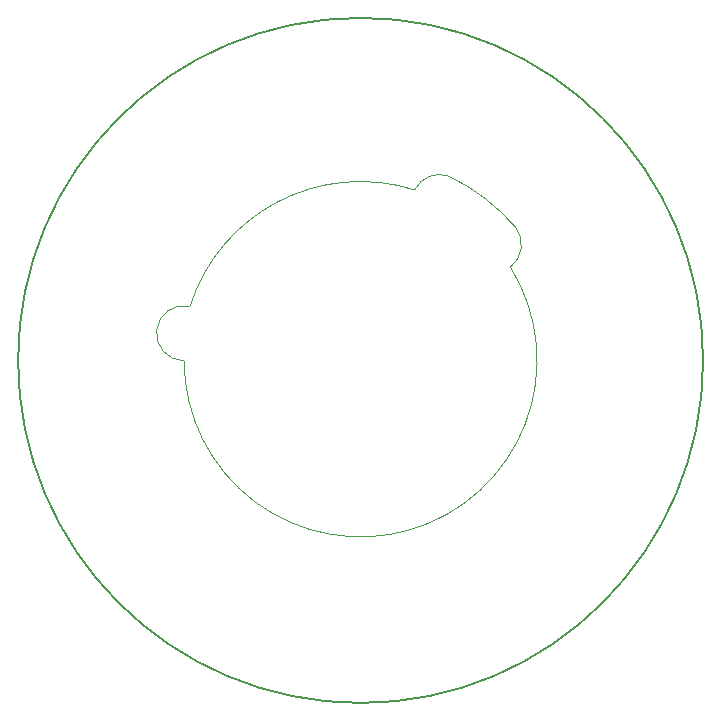
<source format=gbr>
%TF.GenerationSoftware,KiCad,Pcbnew,7.0.1*%
%TF.CreationDate,2023-12-15T11:07:28+03:00*%
%TF.ProjectId,_____ _______,1f3b3042-3020-43e3-913c-3e423e3a2e6b,rev?*%
%TF.SameCoordinates,Original*%
%TF.FileFunction,Profile,NP*%
%FSLAX46Y46*%
G04 Gerber Fmt 4.6, Leading zero omitted, Abs format (unit mm)*
G04 Created by KiCad (PCBNEW 7.0.1) date 2023-12-15 11:07:28*
%MOMM*%
%LPD*%
G01*
G04 APERTURE LIST*
%TA.AperFunction,Profile*%
%ADD10C,0.100000*%
%TD*%
%TA.AperFunction,Profile*%
%ADD11C,0.150000*%
%TD*%
G04 APERTURE END LIST*
D10*
X167121506Y-76184213D02*
G75*
G03*
X167535838Y-72782526I-1493706J1908013D01*
G01*
X159026337Y-69639196D02*
G75*
G03*
X139997741Y-79477950I-4594337J-14434804D01*
G01*
X139489735Y-84105714D02*
G75*
G03*
X167121506Y-76184213I14942265J31714D01*
G01*
X139997740Y-79477950D02*
G75*
G03*
X139489740Y-84105714I-508000J-2286000D01*
G01*
X167535819Y-72782543D02*
G75*
G03*
X161877438Y-68460756I-13103819J-11291357D01*
G01*
D11*
X183432002Y-84073996D02*
G75*
G03*
X183432002Y-84073996I-29000000J0D01*
G01*
D10*
X161877437Y-68460759D02*
G75*
G03*
X159026339Y-69639191I-771037J-2172741D01*
G01*
M02*

</source>
